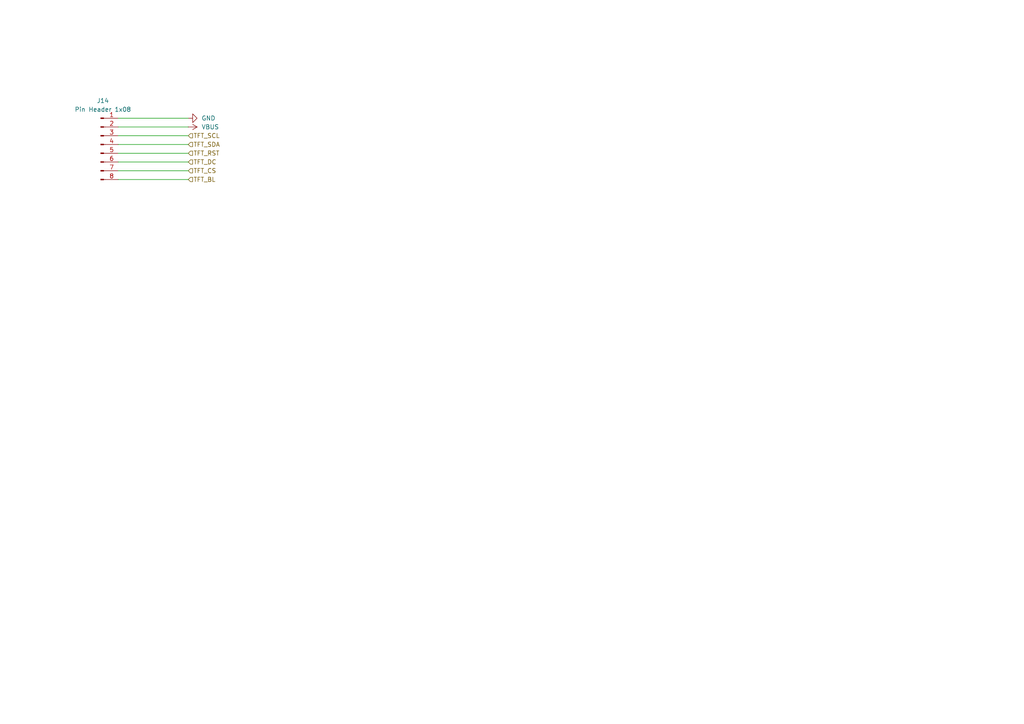
<source format=kicad_sch>
(kicad_sch (version 20250114) (generator "eeschema") (generator_version "9.0")
  (paper "A4")
  (title_block (title "FRANK M1") (date "2025-04-09") (rev "${VERSION}") (company "Mikhail Matveev") (comment 1 "https://github.com/xtremespb/frank"))
  (lib_symbols
    (symbol "Connector:Conn_01x08_Pin" (pin_names (offset 1.016) (hide yes))
      (property "Reference" "J" (at 0 10.16 0))
      (property "Value" "Conn_01x08_Pin" (at 0 -12.7 0))
      (symbol "Conn_01x08_Pin_1_1"
        (rectangle (start 0.8636 7.747) (end 0 7.493) (stroke (width 0.1524)) (fill (type outline)))
        (rectangle (start 0.8636 5.207) (end 0 4.953) (stroke (width 0.1524)) (fill (type outline)))
        (rectangle (start 0.8636 2.667) (end 0 2.413) (stroke (width 0.1524)) (fill (type outline)))
        (rectangle (start 0.8636 0.127) (end 0 -0.127) (stroke (width 0.1524)) (fill (type outline)))
        (rectangle (start 0.8636 -2.413) (end 0 -2.667) (stroke (width 0.1524)) (fill (type outline)))
        (rectangle (start 0.8636 -4.953) (end 0 -5.207) (stroke (width 0.1524)) (fill (type outline)))
        (rectangle (start 0.8636 -7.493) (end 0 -7.747) (stroke (width 0.1524)) (fill (type outline)))
        (rectangle (start 0.8636 -10.033) (end 0 -10.287) (stroke (width 0.1524)) (fill (type outline)))
        (polyline (pts (xy 1.27 7.62) (xy 0.8636 7.62)) (stroke (width 0.1524)))
        (polyline (pts (xy 1.27 5.08) (xy 0.8636 5.08)) (stroke (width 0.1524)))
        (polyline (pts (xy 1.27 2.54) (xy 0.8636 2.54)) (stroke (width 0.1524)))
        (polyline (pts (xy 1.27 0) (xy 0.8636 0)) (stroke (width 0.1524)))
        (polyline (pts (xy 1.27 -2.54) (xy 0.8636 -2.54)) (stroke (width 0.1524)))
        (polyline (pts (xy 1.27 -5.08) (xy 0.8636 -5.08)) (stroke (width 0.1524)))
        (polyline (pts (xy 1.27 -7.62) (xy 0.8636 -7.62)) (stroke (width 0.1524)))
        (polyline (pts (xy 1.27 -10.16) (xy 0.8636 -10.16)) (stroke (width 0.1524)))
        (pin passive line (at 5.08 7.62 180) (length 3.81) (name "Pin_1") (number "1"))
        (pin passive line (at 5.08 5.08 180) (length 3.81) (name "Pin_2") (number "2"))
        (pin passive line (at 5.08 2.54 180) (length 3.81) (name "Pin_3") (number "3"))
        (pin passive line (at 5.08 0 180) (length 3.81) (name "Pin_4") (number "4"))
        (pin passive line (at 5.08 -2.54 180) (length 3.81) (name "Pin_5") (number "5"))
        (pin passive line (at 5.08 -5.08 180) (length 3.81) (name "Pin_6") (number "6"))
        (pin passive line (at 5.08 -7.62 180) (length 3.81) (name "Pin_7") (number "7"))
        (pin passive line (at 5.08 -10.16 180) (length 3.81) (name "Pin_8") (number "8"))
      )
    )
    (symbol "GND_8" (power) (pin_numbers (hide yes)) (pin_names (offset 0) (hide yes))
      (property "Value" "GND" (at 0 -3.81 0))
      (symbol "GND_8_0_1"
        (polyline (pts (xy 0 0) (xy 0 -1.27) (xy 1.27 -1.27) (xy 0 -2.54) (xy -1.27 -1.27) (xy 0 -1.27)))
      )
      (symbol "GND_8_1_1"
        (pin power_in line (at 0 0 270) (length 0) (name "~") (number "1"))
      )
    )
    (symbol "power:VBUS" (power) (pin_numbers (hide yes)) (pin_names (offset 0) (hide yes))
      (property "Value" "VBUS" (at 0 3.556 0))
      (symbol "VBUS_0_1"
        (polyline (pts (xy -0.762 1.27) (xy 0 2.54)))
        (polyline (pts (xy 0 2.54) (xy 0.762 1.27)))
        (polyline (pts (xy 0 0) (xy 0 2.54)))
      )
      (symbol "VBUS_1_1"
        (pin power_in line (at 0 0 90) (length 0) (name "~") (number "1"))
      )
    )
  )
  (wire (pts (xy 34.29 41.91) (xy 54.61 41.91)))
  (wire (pts (xy 34.29 39.37) (xy 54.61 39.37)))
  (wire (pts (xy 34.29 44.45) (xy 54.61 44.45)))
  (wire (pts (xy 34.29 34.29) (xy 54.61 34.29)))
  (wire (pts (xy 34.29 52.07) (xy 54.61 52.07)))
  (wire (pts (xy 34.29 46.99) (xy 54.61 46.99)))
  (wire (pts (xy 34.29 36.83) (xy 54.61 36.83)))
  (wire (pts (xy 34.29 49.53) (xy 54.61 49.53)))
  (hierarchical_label "TFT_SCL" (shape input) (at 54.61 39.37 0))
  (hierarchical_label "TFT_RST" (shape input) (at 54.61 44.45 0))
  (hierarchical_label "TFT_BL" (shape input) (at 54.61 52.07 0))
  (hierarchical_label "TFT_DC" (shape input) (at 54.61 46.99 0))
  (hierarchical_label "TFT_SDA" (shape input) (at 54.61 41.91 0))
  (hierarchical_label "TFT_CS" (shape input) (at 54.61 49.53 0))
  (symbol (lib_name "GND_8") (lib_id "power:GND") (at 54.61 34.29 90) (unit 1)
    (property "Reference" "#PWR073" (effects (hide yes)))
    (property "Value" "GND" (at 58.42 34.2899 90) (effects (justify right)))
    (property "Description" "Power symbol creates a global label with name \"GND\" , ground" (effects (hide yes)))
  )
  (symbol (lib_id "power:VBUS") (at 54.61 36.83 270) (unit 1)
    (property "Reference" "#PWR074" (effects (hide yes)))
    (property "Value" "VBUS" (at 58.42 36.8299 90) (effects (justify left)))
    (property "Description" "Power symbol creates a global label with name \"VBUS\"" (effects (hide yes)))
  )
  (symbol (lib_id "Connector:Conn_01x08_Pin") (at 29.21 41.91 0) (unit 1)
    (property "Reference" "J14" (at 29.845 29.21 0))
    (property "Value" "Pin Header 1x08" (at 29.845 31.75 0))
    (property "Footprint" "FRANK:Pin Header (1x08)" (effects (hide yes)))
    (property "Description" "Generic connector, single row, 01x08, script generated" (effects (hide yes)))
    (property "AliExpress" "https://www.aliexpress.com/item/1005007039504981.html" (effects (hide yes)))
  )
)
</source>
